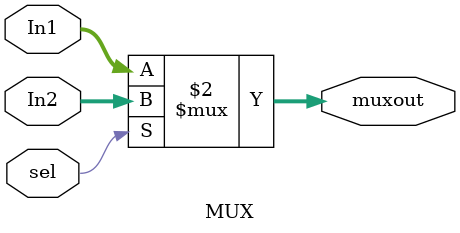
<source format=v>
`timescale 1ns / 1ps
  module MUX(
    input wire [7:0] In1, In2,
	 input wire sel, 
	 output wire [7:0] muxout
    );
    assign muxout = (sel == 0) ? In1 : In2 ;

  endmodule

</source>
